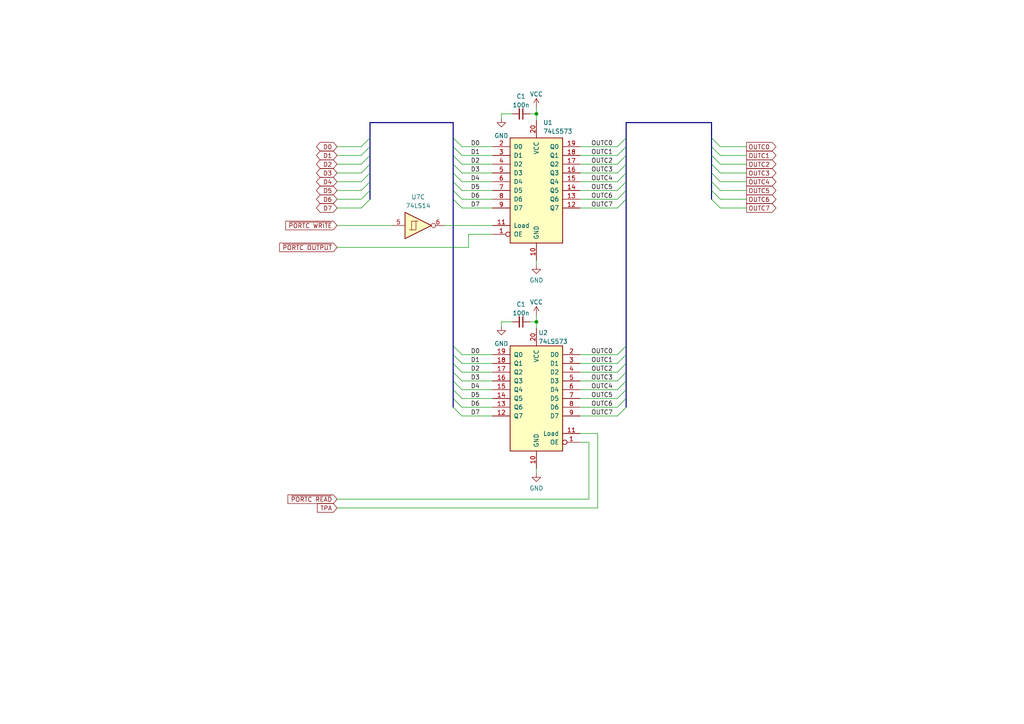
<source format=kicad_sch>
(kicad_sch (version 20230121) (generator eeschema)

  (uuid cc479853-62a7-4f45-b780-0769d4821b62)

  (paper "A4")

  (lib_symbols
    (symbol "74xx:74LS14" (pin_names (offset 1.016)) (in_bom yes) (on_board yes)
      (property "Reference" "U" (at 0 1.27 0)
        (effects (font (size 1.27 1.27)))
      )
      (property "Value" "74LS14" (at 0 -1.27 0)
        (effects (font (size 1.27 1.27)))
      )
      (property "Footprint" "" (at 0 0 0)
        (effects (font (size 1.27 1.27)) hide)
      )
      (property "Datasheet" "http://www.ti.com/lit/gpn/sn74LS14" (at 0 0 0)
        (effects (font (size 1.27 1.27)) hide)
      )
      (property "ki_locked" "" (at 0 0 0)
        (effects (font (size 1.27 1.27)))
      )
      (property "ki_keywords" "TTL not inverter" (at 0 0 0)
        (effects (font (size 1.27 1.27)) hide)
      )
      (property "ki_description" "Hex inverter schmitt trigger" (at 0 0 0)
        (effects (font (size 1.27 1.27)) hide)
      )
      (property "ki_fp_filters" "DIP*W7.62mm*" (at 0 0 0)
        (effects (font (size 1.27 1.27)) hide)
      )
      (symbol "74LS14_1_0"
        (polyline
          (pts
            (xy -3.81 3.81)
            (xy -3.81 -3.81)
            (xy 3.81 0)
            (xy -3.81 3.81)
          )
          (stroke (width 0.254) (type default))
          (fill (type background))
        )
        (pin input line (at -7.62 0 0) (length 3.81)
          (name "~" (effects (font (size 1.27 1.27))))
          (number "1" (effects (font (size 1.27 1.27))))
        )
        (pin output inverted (at 7.62 0 180) (length 3.81)
          (name "~" (effects (font (size 1.27 1.27))))
          (number "2" (effects (font (size 1.27 1.27))))
        )
      )
      (symbol "74LS14_1_1"
        (polyline
          (pts
            (xy -1.905 -1.27)
            (xy -1.905 1.27)
            (xy -0.635 1.27)
          )
          (stroke (width 0) (type default))
          (fill (type none))
        )
        (polyline
          (pts
            (xy -2.54 -1.27)
            (xy -0.635 -1.27)
            (xy -0.635 1.27)
            (xy 0 1.27)
          )
          (stroke (width 0) (type default))
          (fill (type none))
        )
      )
      (symbol "74LS14_2_0"
        (polyline
          (pts
            (xy -3.81 3.81)
            (xy -3.81 -3.81)
            (xy 3.81 0)
            (xy -3.81 3.81)
          )
          (stroke (width 0.254) (type default))
          (fill (type background))
        )
        (pin input line (at -7.62 0 0) (length 3.81)
          (name "~" (effects (font (size 1.27 1.27))))
          (number "3" (effects (font (size 1.27 1.27))))
        )
        (pin output inverted (at 7.62 0 180) (length 3.81)
          (name "~" (effects (font (size 1.27 1.27))))
          (number "4" (effects (font (size 1.27 1.27))))
        )
      )
      (symbol "74LS14_2_1"
        (polyline
          (pts
            (xy -1.905 -1.27)
            (xy -1.905 1.27)
            (xy -0.635 1.27)
          )
          (stroke (width 0) (type default))
          (fill (type none))
        )
        (polyline
          (pts
            (xy -2.54 -1.27)
            (xy -0.635 -1.27)
            (xy -0.635 1.27)
            (xy 0 1.27)
          )
          (stroke (width 0) (type default))
          (fill (type none))
        )
      )
      (symbol "74LS14_3_0"
        (polyline
          (pts
            (xy -3.81 3.81)
            (xy -3.81 -3.81)
            (xy 3.81 0)
            (xy -3.81 3.81)
          )
          (stroke (width 0.254) (type default))
          (fill (type background))
        )
        (pin input line (at -7.62 0 0) (length 3.81)
          (name "~" (effects (font (size 1.27 1.27))))
          (number "5" (effects (font (size 1.27 1.27))))
        )
        (pin output inverted (at 7.62 0 180) (length 3.81)
          (name "~" (effects (font (size 1.27 1.27))))
          (number "6" (effects (font (size 1.27 1.27))))
        )
      )
      (symbol "74LS14_3_1"
        (polyline
          (pts
            (xy -1.905 -1.27)
            (xy -1.905 1.27)
            (xy -0.635 1.27)
          )
          (stroke (width 0) (type default))
          (fill (type none))
        )
        (polyline
          (pts
            (xy -2.54 -1.27)
            (xy -0.635 -1.27)
            (xy -0.635 1.27)
            (xy 0 1.27)
          )
          (stroke (width 0) (type default))
          (fill (type none))
        )
      )
      (symbol "74LS14_4_0"
        (polyline
          (pts
            (xy -3.81 3.81)
            (xy -3.81 -3.81)
            (xy 3.81 0)
            (xy -3.81 3.81)
          )
          (stroke (width 0.254) (type default))
          (fill (type background))
        )
        (pin output inverted (at 7.62 0 180) (length 3.81)
          (name "~" (effects (font (size 1.27 1.27))))
          (number "8" (effects (font (size 1.27 1.27))))
        )
        (pin input line (at -7.62 0 0) (length 3.81)
          (name "~" (effects (font (size 1.27 1.27))))
          (number "9" (effects (font (size 1.27 1.27))))
        )
      )
      (symbol "74LS14_4_1"
        (polyline
          (pts
            (xy -1.905 -1.27)
            (xy -1.905 1.27)
            (xy -0.635 1.27)
          )
          (stroke (width 0) (type default))
          (fill (type none))
        )
        (polyline
          (pts
            (xy -2.54 -1.27)
            (xy -0.635 -1.27)
            (xy -0.635 1.27)
            (xy 0 1.27)
          )
          (stroke (width 0) (type default))
          (fill (type none))
        )
      )
      (symbol "74LS14_5_0"
        (polyline
          (pts
            (xy -3.81 3.81)
            (xy -3.81 -3.81)
            (xy 3.81 0)
            (xy -3.81 3.81)
          )
          (stroke (width 0.254) (type default))
          (fill (type background))
        )
        (pin output inverted (at 7.62 0 180) (length 3.81)
          (name "~" (effects (font (size 1.27 1.27))))
          (number "10" (effects (font (size 1.27 1.27))))
        )
        (pin input line (at -7.62 0 0) (length 3.81)
          (name "~" (effects (font (size 1.27 1.27))))
          (number "11" (effects (font (size 1.27 1.27))))
        )
      )
      (symbol "74LS14_5_1"
        (polyline
          (pts
            (xy -1.905 -1.27)
            (xy -1.905 1.27)
            (xy -0.635 1.27)
          )
          (stroke (width 0) (type default))
          (fill (type none))
        )
        (polyline
          (pts
            (xy -2.54 -1.27)
            (xy -0.635 -1.27)
            (xy -0.635 1.27)
            (xy 0 1.27)
          )
          (stroke (width 0) (type default))
          (fill (type none))
        )
      )
      (symbol "74LS14_6_0"
        (polyline
          (pts
            (xy -3.81 3.81)
            (xy -3.81 -3.81)
            (xy 3.81 0)
            (xy -3.81 3.81)
          )
          (stroke (width 0.254) (type default))
          (fill (type background))
        )
        (pin output inverted (at 7.62 0 180) (length 3.81)
          (name "~" (effects (font (size 1.27 1.27))))
          (number "12" (effects (font (size 1.27 1.27))))
        )
        (pin input line (at -7.62 0 0) (length 3.81)
          (name "~" (effects (font (size 1.27 1.27))))
          (number "13" (effects (font (size 1.27 1.27))))
        )
      )
      (symbol "74LS14_6_1"
        (polyline
          (pts
            (xy -1.905 -1.27)
            (xy -1.905 1.27)
            (xy -0.635 1.27)
          )
          (stroke (width 0) (type default))
          (fill (type none))
        )
        (polyline
          (pts
            (xy -2.54 -1.27)
            (xy -0.635 -1.27)
            (xy -0.635 1.27)
            (xy 0 1.27)
          )
          (stroke (width 0) (type default))
          (fill (type none))
        )
      )
      (symbol "74LS14_7_0"
        (pin power_in line (at 0 12.7 270) (length 5.08)
          (name "VCC" (effects (font (size 1.27 1.27))))
          (number "14" (effects (font (size 1.27 1.27))))
        )
        (pin power_in line (at 0 -12.7 90) (length 5.08)
          (name "GND" (effects (font (size 1.27 1.27))))
          (number "7" (effects (font (size 1.27 1.27))))
        )
      )
      (symbol "74LS14_7_1"
        (rectangle (start -5.08 7.62) (end 5.08 -7.62)
          (stroke (width 0.254) (type default))
          (fill (type background))
        )
      )
    )
    (symbol "74xx:74LS573" (pin_names (offset 1.016)) (in_bom yes) (on_board yes)
      (property "Reference" "U" (at -7.62 16.51 0)
        (effects (font (size 1.27 1.27)))
      )
      (property "Value" "74LS573" (at -7.62 -16.51 0)
        (effects (font (size 1.27 1.27)))
      )
      (property "Footprint" "" (at 0 0 0)
        (effects (font (size 1.27 1.27)) hide)
      )
      (property "Datasheet" "74xx/74hc573.pdf" (at 0 0 0)
        (effects (font (size 1.27 1.27)) hide)
      )
      (property "ki_locked" "" (at 0 0 0)
        (effects (font (size 1.27 1.27)))
      )
      (property "ki_keywords" "TTL DFF DFF8 LATCH 3State" (at 0 0 0)
        (effects (font (size 1.27 1.27)) hide)
      )
      (property "ki_description" "8-bit Latch 3-state outputs" (at 0 0 0)
        (effects (font (size 1.27 1.27)) hide)
      )
      (property "ki_fp_filters" "DIP?20*" (at 0 0 0)
        (effects (font (size 1.27 1.27)) hide)
      )
      (symbol "74LS573_1_0"
        (pin input inverted (at -12.7 -12.7 0) (length 5.08)
          (name "OE" (effects (font (size 1.27 1.27))))
          (number "1" (effects (font (size 1.27 1.27))))
        )
        (pin power_in line (at 0 -20.32 90) (length 5.08)
          (name "GND" (effects (font (size 1.27 1.27))))
          (number "10" (effects (font (size 1.27 1.27))))
        )
        (pin input line (at -12.7 -10.16 0) (length 5.08)
          (name "Load" (effects (font (size 1.27 1.27))))
          (number "11" (effects (font (size 1.27 1.27))))
        )
        (pin tri_state line (at 12.7 -5.08 180) (length 5.08)
          (name "Q7" (effects (font (size 1.27 1.27))))
          (number "12" (effects (font (size 1.27 1.27))))
        )
        (pin tri_state line (at 12.7 -2.54 180) (length 5.08)
          (name "Q6" (effects (font (size 1.27 1.27))))
          (number "13" (effects (font (size 1.27 1.27))))
        )
        (pin tri_state line (at 12.7 0 180) (length 5.08)
          (name "Q5" (effects (font (size 1.27 1.27))))
          (number "14" (effects (font (size 1.27 1.27))))
        )
        (pin tri_state line (at 12.7 2.54 180) (length 5.08)
          (name "Q4" (effects (font (size 1.27 1.27))))
          (number "15" (effects (font (size 1.27 1.27))))
        )
        (pin tri_state line (at 12.7 5.08 180) (length 5.08)
          (name "Q3" (effects (font (size 1.27 1.27))))
          (number "16" (effects (font (size 1.27 1.27))))
        )
        (pin tri_state line (at 12.7 7.62 180) (length 5.08)
          (name "Q2" (effects (font (size 1.27 1.27))))
          (number "17" (effects (font (size 1.27 1.27))))
        )
        (pin tri_state line (at 12.7 10.16 180) (length 5.08)
          (name "Q1" (effects (font (size 1.27 1.27))))
          (number "18" (effects (font (size 1.27 1.27))))
        )
        (pin tri_state line (at 12.7 12.7 180) (length 5.08)
          (name "Q0" (effects (font (size 1.27 1.27))))
          (number "19" (effects (font (size 1.27 1.27))))
        )
        (pin input line (at -12.7 12.7 0) (length 5.08)
          (name "D0" (effects (font (size 1.27 1.27))))
          (number "2" (effects (font (size 1.27 1.27))))
        )
        (pin power_in line (at 0 20.32 270) (length 5.08)
          (name "VCC" (effects (font (size 1.27 1.27))))
          (number "20" (effects (font (size 1.27 1.27))))
        )
        (pin input line (at -12.7 10.16 0) (length 5.08)
          (name "D1" (effects (font (size 1.27 1.27))))
          (number "3" (effects (font (size 1.27 1.27))))
        )
        (pin input line (at -12.7 7.62 0) (length 5.08)
          (name "D2" (effects (font (size 1.27 1.27))))
          (number "4" (effects (font (size 1.27 1.27))))
        )
        (pin input line (at -12.7 5.08 0) (length 5.08)
          (name "D3" (effects (font (size 1.27 1.27))))
          (number "5" (effects (font (size 1.27 1.27))))
        )
        (pin input line (at -12.7 2.54 0) (length 5.08)
          (name "D4" (effects (font (size 1.27 1.27))))
          (number "6" (effects (font (size 1.27 1.27))))
        )
        (pin input line (at -12.7 0 0) (length 5.08)
          (name "D5" (effects (font (size 1.27 1.27))))
          (number "7" (effects (font (size 1.27 1.27))))
        )
        (pin input line (at -12.7 -2.54 0) (length 5.08)
          (name "D6" (effects (font (size 1.27 1.27))))
          (number "8" (effects (font (size 1.27 1.27))))
        )
        (pin input line (at -12.7 -5.08 0) (length 5.08)
          (name "D7" (effects (font (size 1.27 1.27))))
          (number "9" (effects (font (size 1.27 1.27))))
        )
      )
      (symbol "74LS573_1_1"
        (rectangle (start -7.62 15.24) (end 7.62 -15.24)
          (stroke (width 0.254) (type default))
          (fill (type background))
        )
      )
    )
    (symbol "Device:C_Small" (pin_numbers hide) (pin_names (offset 0.254) hide) (in_bom yes) (on_board yes)
      (property "Reference" "C" (at 0.254 1.778 0)
        (effects (font (size 1.27 1.27)) (justify left))
      )
      (property "Value" "C_Small" (at 0.254 -2.032 0)
        (effects (font (size 1.27 1.27)) (justify left))
      )
      (property "Footprint" "" (at 0 0 0)
        (effects (font (size 1.27 1.27)) hide)
      )
      (property "Datasheet" "~" (at 0 0 0)
        (effects (font (size 1.27 1.27)) hide)
      )
      (property "ki_keywords" "capacitor cap" (at 0 0 0)
        (effects (font (size 1.27 1.27)) hide)
      )
      (property "ki_description" "Unpolarized capacitor, small symbol" (at 0 0 0)
        (effects (font (size 1.27 1.27)) hide)
      )
      (property "ki_fp_filters" "C_*" (at 0 0 0)
        (effects (font (size 1.27 1.27)) hide)
      )
      (symbol "C_Small_0_1"
        (polyline
          (pts
            (xy -1.524 -0.508)
            (xy 1.524 -0.508)
          )
          (stroke (width 0.3302) (type default))
          (fill (type none))
        )
        (polyline
          (pts
            (xy -1.524 0.508)
            (xy 1.524 0.508)
          )
          (stroke (width 0.3048) (type default))
          (fill (type none))
        )
      )
      (symbol "C_Small_1_1"
        (pin passive line (at 0 2.54 270) (length 2.032)
          (name "~" (effects (font (size 1.27 1.27))))
          (number "1" (effects (font (size 1.27 1.27))))
        )
        (pin passive line (at 0 -2.54 90) (length 2.032)
          (name "~" (effects (font (size 1.27 1.27))))
          (number "2" (effects (font (size 1.27 1.27))))
        )
      )
    )
    (symbol "power:GND" (power) (pin_names (offset 0)) (in_bom yes) (on_board yes)
      (property "Reference" "#PWR" (at 0 -6.35 0)
        (effects (font (size 1.27 1.27)) hide)
      )
      (property "Value" "GND" (at 0 -3.81 0)
        (effects (font (size 1.27 1.27)))
      )
      (property "Footprint" "" (at 0 0 0)
        (effects (font (size 1.27 1.27)) hide)
      )
      (property "Datasheet" "" (at 0 0 0)
        (effects (font (size 1.27 1.27)) hide)
      )
      (property "ki_keywords" "global power" (at 0 0 0)
        (effects (font (size 1.27 1.27)) hide)
      )
      (property "ki_description" "Power symbol creates a global label with name \"GND\" , ground" (at 0 0 0)
        (effects (font (size 1.27 1.27)) hide)
      )
      (symbol "GND_0_1"
        (polyline
          (pts
            (xy 0 0)
            (xy 0 -1.27)
            (xy 1.27 -1.27)
            (xy 0 -2.54)
            (xy -1.27 -1.27)
            (xy 0 -1.27)
          )
          (stroke (width 0) (type default))
          (fill (type none))
        )
      )
      (symbol "GND_1_1"
        (pin power_in line (at 0 0 270) (length 0) hide
          (name "GND" (effects (font (size 1.27 1.27))))
          (number "1" (effects (font (size 1.27 1.27))))
        )
      )
    )
    (symbol "power:VCC" (power) (pin_names (offset 0)) (in_bom yes) (on_board yes)
      (property "Reference" "#PWR" (at 0 -3.81 0)
        (effects (font (size 1.27 1.27)) hide)
      )
      (property "Value" "VCC" (at 0 3.81 0)
        (effects (font (size 1.27 1.27)))
      )
      (property "Footprint" "" (at 0 0 0)
        (effects (font (size 1.27 1.27)) hide)
      )
      (property "Datasheet" "" (at 0 0 0)
        (effects (font (size 1.27 1.27)) hide)
      )
      (property "ki_keywords" "global power" (at 0 0 0)
        (effects (font (size 1.27 1.27)) hide)
      )
      (property "ki_description" "Power symbol creates a global label with name \"VCC\"" (at 0 0 0)
        (effects (font (size 1.27 1.27)) hide)
      )
      (symbol "VCC_0_1"
        (polyline
          (pts
            (xy -0.762 1.27)
            (xy 0 2.54)
          )
          (stroke (width 0) (type default))
          (fill (type none))
        )
        (polyline
          (pts
            (xy 0 0)
            (xy 0 2.54)
          )
          (stroke (width 0) (type default))
          (fill (type none))
        )
        (polyline
          (pts
            (xy 0 2.54)
            (xy 0.762 1.27)
          )
          (stroke (width 0) (type default))
          (fill (type none))
        )
      )
      (symbol "VCC_1_1"
        (pin power_in line (at 0 0 90) (length 0) hide
          (name "VCC" (effects (font (size 1.27 1.27))))
          (number "1" (effects (font (size 1.27 1.27))))
        )
      )
    )
  )

  (junction (at 155.575 93.345) (diameter 0) (color 0 0 0 0)
    (uuid 7c126685-b873-4ec5-a5b1-af53c8ba1351)
  )
  (junction (at 155.575 33.02) (diameter 0) (color 0 0 0 0)
    (uuid 959a1675-311b-4605-9e54-c42b410d233b)
  )

  (bus_entry (at 181.61 118.11) (size -2.54 2.54)
    (stroke (width 0) (type default))
    (uuid 0123b8dc-a773-43f7-be6a-7905311c56b4)
  )
  (bus_entry (at 181.61 113.03) (size -2.54 2.54)
    (stroke (width 0) (type default))
    (uuid 05c07cbc-732a-4eaa-9db1-a5d05fd6ed5b)
  )
  (bus_entry (at 181.61 110.49) (size -2.54 2.54)
    (stroke (width 0) (type default))
    (uuid 0c37724f-2322-49f0-a852-1aacdae9cc46)
  )
  (bus_entry (at 131.445 50.165) (size 2.54 2.54)
    (stroke (width 0) (type default))
    (uuid 0d83aa56-8d77-4f74-8b3c-0fb905cca03a)
  )
  (bus_entry (at 181.61 50.165) (size -2.54 2.54)
    (stroke (width 0) (type default))
    (uuid 0db3748a-3436-4f3f-a61f-3f6277c8df69)
  )
  (bus_entry (at 131.445 110.49) (size 2.54 2.54)
    (stroke (width 0) (type default))
    (uuid 143a8842-4896-49c7-9f01-78bb513170c5)
  )
  (bus_entry (at 206.375 57.785) (size 2.54 2.54)
    (stroke (width 0) (type default))
    (uuid 1f6c2a1e-c73f-4df8-b547-f39357a23ae9)
  )
  (bus_entry (at 206.375 42.545) (size 2.54 2.54)
    (stroke (width 0) (type default))
    (uuid 2626628f-0260-4a3c-b37d-59d1a484fcd5)
  )
  (bus_entry (at 107.315 47.625) (size -2.54 2.54)
    (stroke (width 0) (type default))
    (uuid 2b06b6ac-577b-4e6b-ae3c-d014d0045ec7)
  )
  (bus_entry (at 181.61 45.085) (size -2.54 2.54)
    (stroke (width 0) (type default))
    (uuid 2c819df7-83b8-40d4-9945-734e90f3c026)
  )
  (bus_entry (at 181.61 105.41) (size -2.54 2.54)
    (stroke (width 0) (type default))
    (uuid 3653aa7f-5b97-4ffb-ae63-2644e2d82304)
  )
  (bus_entry (at 107.315 42.545) (size -2.54 2.54)
    (stroke (width 0) (type default))
    (uuid 36a3aadb-bc83-4141-b3d2-bdbcc2f2d45d)
  )
  (bus_entry (at 181.61 47.625) (size -2.54 2.54)
    (stroke (width 0) (type default))
    (uuid 382c5c60-a756-427a-9adf-77916586a14a)
  )
  (bus_entry (at 131.445 52.705) (size 2.54 2.54)
    (stroke (width 0) (type default))
    (uuid 4d708d28-f5b1-4cc5-ad27-629446bcc6a1)
  )
  (bus_entry (at 131.445 45.085) (size 2.54 2.54)
    (stroke (width 0) (type default))
    (uuid 62339496-1815-49ce-843b-2368ac6f5ec5)
  )
  (bus_entry (at 131.445 115.57) (size 2.54 2.54)
    (stroke (width 0) (type default))
    (uuid 7b49d846-40c1-4ed8-9947-8d430d302f4a)
  )
  (bus_entry (at 181.61 102.87) (size -2.54 2.54)
    (stroke (width 0) (type default))
    (uuid 7c6d0497-8d59-41a9-8753-870833a2946f)
  )
  (bus_entry (at 131.445 102.87) (size 2.54 2.54)
    (stroke (width 0) (type default))
    (uuid 7ffebfd4-aaa1-4e42-8736-701ff596c003)
  )
  (bus_entry (at 131.445 57.785) (size 2.54 2.54)
    (stroke (width 0) (type default))
    (uuid 83c4bd42-5ece-4e21-b11b-9ad7d8beb740)
  )
  (bus_entry (at 107.315 55.245) (size -2.54 2.54)
    (stroke (width 0) (type default))
    (uuid 87c93727-6505-4a48-9a28-55e51b227ff8)
  )
  (bus_entry (at 131.445 55.245) (size 2.54 2.54)
    (stroke (width 0) (type default))
    (uuid 9261efcf-6b8f-42c1-aa99-6144aea594fc)
  )
  (bus_entry (at 107.315 45.085) (size -2.54 2.54)
    (stroke (width 0) (type default))
    (uuid 971a59e9-0b23-427e-8879-7c34c72ad998)
  )
  (bus_entry (at 181.61 55.245) (size -2.54 2.54)
    (stroke (width 0) (type default))
    (uuid a39ea03f-e798-43de-8198-9bc34a348f76)
  )
  (bus_entry (at 181.61 52.705) (size -2.54 2.54)
    (stroke (width 0) (type default))
    (uuid a6061bf8-363a-448f-bb16-2f43b87d6ceb)
  )
  (bus_entry (at 107.315 40.005) (size -2.54 2.54)
    (stroke (width 0) (type default))
    (uuid b17200d5-1ef5-4150-8c4b-42dbd9acb0e5)
  )
  (bus_entry (at 131.445 113.03) (size 2.54 2.54)
    (stroke (width 0) (type default))
    (uuid b1cd76ee-5640-45a0-aaa3-8809e9e951f8)
  )
  (bus_entry (at 206.375 55.245) (size 2.54 2.54)
    (stroke (width 0) (type default))
    (uuid b651b502-0caf-4edf-b658-5b45b2b3af81)
  )
  (bus_entry (at 181.61 115.57) (size -2.54 2.54)
    (stroke (width 0) (type default))
    (uuid bb34dd8b-40bc-4e9a-b940-45ca6b1568e4)
  )
  (bus_entry (at 181.61 107.95) (size -2.54 2.54)
    (stroke (width 0) (type default))
    (uuid bf83f3c9-b986-46d5-bae4-fbfcc8459b5b)
  )
  (bus_entry (at 107.315 50.165) (size -2.54 2.54)
    (stroke (width 0) (type default))
    (uuid c3445b5a-969a-4d73-aa51-2dba5c4db5a5)
  )
  (bus_entry (at 206.375 40.005) (size 2.54 2.54)
    (stroke (width 0) (type default))
    (uuid cdf00386-1968-43b7-b85d-edb9f9e4163f)
  )
  (bus_entry (at 181.61 40.005) (size -2.54 2.54)
    (stroke (width 0) (type default))
    (uuid d169733d-26ab-49fd-85ea-790343ebb5ec)
  )
  (bus_entry (at 206.375 52.705) (size 2.54 2.54)
    (stroke (width 0) (type default))
    (uuid d1925564-1b9b-4387-ab14-ad1acadc335d)
  )
  (bus_entry (at 131.445 107.95) (size 2.54 2.54)
    (stroke (width 0) (type default))
    (uuid d3becaba-3829-4808-bfc6-06aab080a784)
  )
  (bus_entry (at 107.315 57.785) (size -2.54 2.54)
    (stroke (width 0) (type default))
    (uuid da88370b-ca13-4f01-ada4-0bb7af0c3d8d)
  )
  (bus_entry (at 131.445 100.33) (size 2.54 2.54)
    (stroke (width 0) (type default))
    (uuid daf9e18b-22da-495c-80a8-aec185281bef)
  )
  (bus_entry (at 131.445 105.41) (size 2.54 2.54)
    (stroke (width 0) (type default))
    (uuid dc3186b6-d7f6-4bb1-93cb-03a228f1ea71)
  )
  (bus_entry (at 181.61 100.33) (size -2.54 2.54)
    (stroke (width 0) (type default))
    (uuid e0c1882f-960d-4da4-b205-fa841860ba7e)
  )
  (bus_entry (at 181.61 42.545) (size -2.54 2.54)
    (stroke (width 0) (type default))
    (uuid e5d5e7ee-0e31-46b3-b9ba-6da3fba5dd04)
  )
  (bus_entry (at 131.445 118.11) (size 2.54 2.54)
    (stroke (width 0) (type default))
    (uuid e6805a44-efa8-430c-a6ca-fc7037d365ac)
  )
  (bus_entry (at 131.445 47.625) (size 2.54 2.54)
    (stroke (width 0) (type default))
    (uuid e6bf34d1-8948-4c43-8155-f93496d01874)
  )
  (bus_entry (at 181.61 57.785) (size -2.54 2.54)
    (stroke (width 0) (type default))
    (uuid e8e0ee51-d613-42f0-9977-89b4bd194941)
  )
  (bus_entry (at 206.375 47.625) (size 2.54 2.54)
    (stroke (width 0) (type default))
    (uuid eab00930-6f26-4608-822a-564f744c308d)
  )
  (bus_entry (at 131.445 40.005) (size 2.54 2.54)
    (stroke (width 0) (type default))
    (uuid eb8256cf-0062-4d40-b347-7a4a07539138)
  )
  (bus_entry (at 131.445 42.545) (size 2.54 2.54)
    (stroke (width 0) (type default))
    (uuid f16ebdb0-bc46-44c4-a67b-f81a57f8d068)
  )
  (bus_entry (at 206.375 45.085) (size 2.54 2.54)
    (stroke (width 0) (type default))
    (uuid f8105598-f43c-4442-b211-04dfd9c41d5a)
  )
  (bus_entry (at 107.315 52.705) (size -2.54 2.54)
    (stroke (width 0) (type default))
    (uuid fa1b69e7-7bd1-440e-937c-b64aeda34023)
  )
  (bus_entry (at 206.375 50.165) (size 2.54 2.54)
    (stroke (width 0) (type default))
    (uuid fa7d645a-28b0-4ca3-b95c-4254ef713b37)
  )

  (bus (pts (xy 206.375 55.245) (xy 206.375 57.785))
    (stroke (width 0) (type default))
    (uuid 018bb9bf-8590-4d9f-bdc3-09513c3fabba)
  )

  (wire (pts (xy 168.275 102.87) (xy 179.07 102.87))
    (stroke (width 0) (type default))
    (uuid 029cfaaa-3a67-4e67-a27e-2b116ffb31da)
  )
  (wire (pts (xy 97.79 71.755) (xy 135.89 71.755))
    (stroke (width 0) (type default))
    (uuid 03acde6c-1031-4975-b255-da97ce59a2d7)
  )
  (wire (pts (xy 128.905 65.405) (xy 142.875 65.405))
    (stroke (width 0) (type default))
    (uuid 07efaa6a-383c-40b2-aa44-e1ffe01a8fbb)
  )
  (wire (pts (xy 133.985 113.03) (xy 142.875 113.03))
    (stroke (width 0) (type default))
    (uuid 08b692cc-a8a9-46e6-aa7d-6e6174341e97)
  )
  (wire (pts (xy 133.985 105.41) (xy 142.875 105.41))
    (stroke (width 0) (type default))
    (uuid 09488e01-17f5-4d4a-bb66-3ae4f4554b29)
  )
  (wire (pts (xy 133.985 102.87) (xy 142.875 102.87))
    (stroke (width 0) (type default))
    (uuid 0db40585-9c95-41e4-b570-b1c33370fce4)
  )
  (wire (pts (xy 168.275 55.245) (xy 179.07 55.245))
    (stroke (width 0) (type default))
    (uuid 0dfa2cff-92ab-4a04-9142-2cc58f407f33)
  )
  (bus (pts (xy 131.445 110.49) (xy 131.445 107.95))
    (stroke (width 0) (type default))
    (uuid 11622921-1c2d-4575-aecf-d73dd86847e5)
  )

  (wire (pts (xy 168.275 120.65) (xy 179.07 120.65))
    (stroke (width 0) (type default))
    (uuid 11866e55-ed84-4943-ac6d-713a9efa9e31)
  )
  (wire (pts (xy 168.275 57.785) (xy 179.07 57.785))
    (stroke (width 0) (type default))
    (uuid 11e14512-df96-4c9f-a09b-f0399966d56c)
  )
  (bus (pts (xy 181.61 118.11) (xy 181.61 115.57))
    (stroke (width 0) (type default))
    (uuid 141615e6-cbb1-4af9-9743-268260227f95)
  )

  (wire (pts (xy 168.275 118.11) (xy 179.07 118.11))
    (stroke (width 0) (type default))
    (uuid 157abda0-232e-483f-9ae2-890683c6d3b1)
  )
  (wire (pts (xy 97.79 52.705) (xy 104.775 52.705))
    (stroke (width 0) (type default))
    (uuid 1b976096-a25b-4e6b-9280-983ea0d5149c)
  )
  (wire (pts (xy 133.985 115.57) (xy 142.875 115.57))
    (stroke (width 0) (type default))
    (uuid 1bc32cd5-ca80-4791-a07a-42e4489357b0)
  )
  (bus (pts (xy 107.315 47.625) (xy 107.315 50.165))
    (stroke (width 0) (type default))
    (uuid 1c0e45ed-2b70-4972-b75a-a0545178a126)
  )
  (bus (pts (xy 181.61 100.33) (xy 181.61 57.785))
    (stroke (width 0) (type default))
    (uuid 1d24f2a9-ec93-4048-9975-163d601619e9)
  )

  (wire (pts (xy 133.985 52.705) (xy 142.875 52.705))
    (stroke (width 0) (type default))
    (uuid 1eecad6d-bf77-4786-ba77-56bd926722af)
  )
  (wire (pts (xy 97.79 147.32) (xy 173.355 147.32))
    (stroke (width 0) (type default))
    (uuid 1fe2da7e-1e34-45ce-bdd4-f4007d66e38d)
  )
  (wire (pts (xy 133.985 42.545) (xy 142.875 42.545))
    (stroke (width 0) (type default))
    (uuid 2073233a-866d-4808-8cbc-81269fb4979c)
  )
  (bus (pts (xy 131.445 115.57) (xy 131.445 113.03))
    (stroke (width 0) (type default))
    (uuid 210911cf-5ab6-4bb0-850e-4507957fa095)
  )

  (wire (pts (xy 168.275 115.57) (xy 179.07 115.57))
    (stroke (width 0) (type default))
    (uuid 2d9e4f7b-d608-4aa6-9c9a-9dda3b2c4c5f)
  )
  (wire (pts (xy 97.79 60.325) (xy 104.775 60.325))
    (stroke (width 0) (type default))
    (uuid 2ec070c5-4151-4fc5-992a-734671a29fe9)
  )
  (wire (pts (xy 97.79 50.165) (xy 104.775 50.165))
    (stroke (width 0) (type default))
    (uuid 309e4822-df52-4f25-833c-2664bb9a3051)
  )
  (wire (pts (xy 145.415 94.615) (xy 145.415 93.345))
    (stroke (width 0) (type default))
    (uuid 30fd19cb-2d1b-4290-b471-a424dbc7538b)
  )
  (wire (pts (xy 133.985 50.165) (xy 142.875 50.165))
    (stroke (width 0) (type default))
    (uuid 3298ee92-ae5b-40f2-89c8-f2c2bb3d1725)
  )
  (wire (pts (xy 97.79 45.085) (xy 104.775 45.085))
    (stroke (width 0) (type default))
    (uuid 331a2c62-6cd1-448f-875c-ec055710b70c)
  )
  (wire (pts (xy 168.275 110.49) (xy 179.07 110.49))
    (stroke (width 0) (type default))
    (uuid 3780dc37-7f03-48a9-9d53-fc6f687791b2)
  )
  (wire (pts (xy 208.915 50.165) (xy 216.535 50.165))
    (stroke (width 0) (type default))
    (uuid 3b35b292-6d5b-4dd1-a22b-812663ecefc6)
  )
  (wire (pts (xy 133.985 55.245) (xy 142.875 55.245))
    (stroke (width 0) (type default))
    (uuid 3de88ad0-2b37-4515-8ddb-655958e61df7)
  )
  (wire (pts (xy 155.575 93.345) (xy 155.575 95.25))
    (stroke (width 0) (type default))
    (uuid 480c8c5f-3376-4e86-9107-37a03214a8f9)
  )
  (bus (pts (xy 107.315 50.165) (xy 107.315 52.705))
    (stroke (width 0) (type default))
    (uuid 493cf17c-3b55-4acd-992e-441773bce3c0)
  )

  (wire (pts (xy 145.415 33.02) (xy 148.59 33.02))
    (stroke (width 0) (type default))
    (uuid 49c74299-3ecb-45f7-93da-1eb148762c8f)
  )
  (bus (pts (xy 131.445 45.085) (xy 131.445 42.545))
    (stroke (width 0) (type default))
    (uuid 4aaac5ff-a98d-4f76-b688-2915c6a05359)
  )

  (wire (pts (xy 208.915 60.325) (xy 216.535 60.325))
    (stroke (width 0) (type default))
    (uuid 52237903-5a55-491d-a362-ce7b2a6fd6f1)
  )
  (wire (pts (xy 168.275 47.625) (xy 179.07 47.625))
    (stroke (width 0) (type default))
    (uuid 5252661b-524b-47e5-841b-c5f1ab529de0)
  )
  (wire (pts (xy 153.67 33.02) (xy 155.575 33.02))
    (stroke (width 0) (type default))
    (uuid 52830149-8278-4d82-8055-9836f75e7918)
  )
  (wire (pts (xy 133.985 120.65) (xy 142.875 120.65))
    (stroke (width 0) (type default))
    (uuid 534031bb-ddcc-4fdc-a7f2-4e4b05695128)
  )
  (wire (pts (xy 135.89 67.945) (xy 135.89 71.755))
    (stroke (width 0) (type default))
    (uuid 558f8ab7-7c6b-4f08-ab38-04ecd8228eef)
  )
  (wire (pts (xy 173.355 125.73) (xy 173.355 147.32))
    (stroke (width 0) (type default))
    (uuid 55e0cce7-5e70-48e3-b774-02e523f6613c)
  )
  (bus (pts (xy 107.315 35.56) (xy 107.315 40.005))
    (stroke (width 0) (type default))
    (uuid 5665c22f-15bb-4b47-8a91-e07ebe2c2601)
  )

  (wire (pts (xy 208.915 47.625) (xy 216.535 47.625))
    (stroke (width 0) (type default))
    (uuid 5a836263-7bb2-42cb-9717-aeadf9a8497d)
  )
  (wire (pts (xy 208.915 57.785) (xy 216.535 57.785))
    (stroke (width 0) (type default))
    (uuid 5a962e4c-2222-4870-9528-07872f66932f)
  )
  (bus (pts (xy 181.61 110.49) (xy 181.61 107.95))
    (stroke (width 0) (type default))
    (uuid 5c832327-7e9c-43ff-b91a-df8c80dd813d)
  )

  (wire (pts (xy 208.915 52.705) (xy 216.535 52.705))
    (stroke (width 0) (type default))
    (uuid 5e4480ce-9dfb-44a4-9a2a-554a3a484a2b)
  )
  (bus (pts (xy 206.375 45.085) (xy 206.375 47.625))
    (stroke (width 0) (type default))
    (uuid 5ecea573-4a93-422c-a82b-b7c08c92906e)
  )
  (bus (pts (xy 181.61 107.95) (xy 181.61 105.41))
    (stroke (width 0) (type default))
    (uuid 67dedc4a-a85a-4bae-981a-dd0b4dc6513f)
  )

  (wire (pts (xy 97.79 47.625) (xy 104.775 47.625))
    (stroke (width 0) (type default))
    (uuid 6816ca88-82ad-4948-a362-e241f22c7aa6)
  )
  (bus (pts (xy 181.61 113.03) (xy 181.61 110.49))
    (stroke (width 0) (type default))
    (uuid 692bf1e0-ed05-4f93-889d-1e3aa70e4000)
  )
  (bus (pts (xy 181.61 45.085) (xy 181.61 42.545))
    (stroke (width 0) (type default))
    (uuid 69533270-9f7a-41f4-b7e8-4037b6f7c66b)
  )
  (bus (pts (xy 206.375 47.625) (xy 206.375 50.165))
    (stroke (width 0) (type default))
    (uuid 6c00f4b6-e358-4ae6-b56f-e642c49f4836)
  )
  (bus (pts (xy 131.445 113.03) (xy 131.445 110.49))
    (stroke (width 0) (type default))
    (uuid 6d1b27a2-a021-458d-9003-f993e66ee8da)
  )
  (bus (pts (xy 206.375 52.705) (xy 206.375 55.245))
    (stroke (width 0) (type default))
    (uuid 6dd094ba-8679-405d-9f69-2c5a0c48a500)
  )
  (bus (pts (xy 107.315 55.245) (xy 107.315 57.785))
    (stroke (width 0) (type default))
    (uuid 6e810cf2-033b-4ecf-b067-4f57472280d4)
  )

  (wire (pts (xy 153.67 93.345) (xy 155.575 93.345))
    (stroke (width 0) (type default))
    (uuid 6f24e11f-93ac-40c3-9ea2-f3a7a9d81eb2)
  )
  (bus (pts (xy 181.61 50.165) (xy 181.61 47.625))
    (stroke (width 0) (type default))
    (uuid 6f2a541f-0b31-4558-a866-311e626d6775)
  )
  (bus (pts (xy 131.445 102.87) (xy 131.445 100.33))
    (stroke (width 0) (type default))
    (uuid 6f52962c-c937-4cf1-9a36-430b36cb2932)
  )

  (wire (pts (xy 133.985 60.325) (xy 142.875 60.325))
    (stroke (width 0) (type default))
    (uuid 71cee79d-d2a6-4f2c-a55e-36a7f5a3a929)
  )
  (bus (pts (xy 107.315 45.085) (xy 107.315 47.625))
    (stroke (width 0) (type default))
    (uuid 73a0c0df-c9ff-4aeb-bcaf-1b64b6e2c682)
  )

  (wire (pts (xy 97.79 55.245) (xy 104.775 55.245))
    (stroke (width 0) (type default))
    (uuid 7462336a-b10d-4672-868c-6080c1053c4a)
  )
  (wire (pts (xy 168.275 60.325) (xy 179.07 60.325))
    (stroke (width 0) (type default))
    (uuid 79d2e8a1-d8ee-439b-a44e-aab1dc0dc80a)
  )
  (wire (pts (xy 208.915 45.085) (xy 216.535 45.085))
    (stroke (width 0) (type default))
    (uuid 7a3c8440-1422-4671-8ff9-f40d42ffa378)
  )
  (wire (pts (xy 142.875 67.945) (xy 135.89 67.945))
    (stroke (width 0) (type default))
    (uuid 7db49f5a-cb6b-4ed8-b34c-0dc8c2e2a6af)
  )
  (bus (pts (xy 181.61 40.005) (xy 181.61 35.56))
    (stroke (width 0) (type default))
    (uuid 85becc12-f14c-44fd-b661-f424b50d7b8b)
  )
  (bus (pts (xy 131.445 42.545) (xy 131.445 40.005))
    (stroke (width 0) (type default))
    (uuid 86858ca8-7538-4b1e-8fae-7de10e2f6abe)
  )

  (wire (pts (xy 97.79 65.405) (xy 113.665 65.405))
    (stroke (width 0) (type default))
    (uuid 88dffffe-56cf-48da-aab7-2f6de86f2a99)
  )
  (bus (pts (xy 131.445 50.165) (xy 131.445 47.625))
    (stroke (width 0) (type default))
    (uuid 8f0f842b-58c6-47cc-945b-d1a4ff62383c)
  )
  (bus (pts (xy 131.445 105.41) (xy 131.445 102.87))
    (stroke (width 0) (type default))
    (uuid 90c99ed3-07dd-4661-970e-910d2699649f)
  )

  (wire (pts (xy 168.275 42.545) (xy 179.07 42.545))
    (stroke (width 0) (type default))
    (uuid 93621aaa-49d1-444b-b1c8-adf4a90acac9)
  )
  (wire (pts (xy 168.275 50.165) (xy 179.07 50.165))
    (stroke (width 0) (type default))
    (uuid 969831a2-547c-4813-be31-d19e70a8b75d)
  )
  (wire (pts (xy 133.985 45.085) (xy 142.875 45.085))
    (stroke (width 0) (type default))
    (uuid 97db6bdd-1266-47fb-b7a9-f091273fd0d4)
  )
  (bus (pts (xy 131.445 118.11) (xy 131.445 115.57))
    (stroke (width 0) (type default))
    (uuid 98437b8a-a169-4305-8251-bab0b5a12d03)
  )
  (bus (pts (xy 131.445 52.705) (xy 131.445 50.165))
    (stroke (width 0) (type default))
    (uuid 99232643-0188-4fa9-9e55-690902fabc48)
  )
  (bus (pts (xy 107.315 42.545) (xy 107.315 45.085))
    (stroke (width 0) (type default))
    (uuid 9b575903-38f4-4ee2-877d-3e51bb3e8741)
  )

  (wire (pts (xy 168.275 107.95) (xy 179.07 107.95))
    (stroke (width 0) (type default))
    (uuid 9b596356-3406-4237-a60c-9157fa610c74)
  )
  (bus (pts (xy 131.445 55.245) (xy 131.445 52.705))
    (stroke (width 0) (type default))
    (uuid 9b993b6f-0473-4fae-8eda-86b9497b6881)
  )

  (wire (pts (xy 208.915 42.545) (xy 216.535 42.545))
    (stroke (width 0) (type default))
    (uuid 9d299c79-6a05-47a6-88c7-b916a1bde3ee)
  )
  (wire (pts (xy 133.985 110.49) (xy 142.875 110.49))
    (stroke (width 0) (type default))
    (uuid a1e8dbb8-a33c-456d-952a-0e489981216c)
  )
  (bus (pts (xy 206.375 40.005) (xy 206.375 42.545))
    (stroke (width 0) (type default))
    (uuid a58b24aa-d3ca-4af0-99d6-a2f674f331af)
  )

  (wire (pts (xy 168.275 125.73) (xy 173.355 125.73))
    (stroke (width 0) (type default))
    (uuid a6e7aca0-0e6c-478a-9d88-79a6296fc482)
  )
  (wire (pts (xy 155.575 31.115) (xy 155.575 33.02))
    (stroke (width 0) (type default))
    (uuid abca5f4f-44f6-4561-9e7c-32a4b480e70b)
  )
  (wire (pts (xy 170.815 128.27) (xy 170.815 144.78))
    (stroke (width 0) (type default))
    (uuid ad3a619f-668d-4dde-af13-926a228af808)
  )
  (wire (pts (xy 133.985 47.625) (xy 142.875 47.625))
    (stroke (width 0) (type default))
    (uuid adb617d4-e2f9-4d31-bf6e-da3a9f36858d)
  )
  (bus (pts (xy 131.445 35.56) (xy 107.315 35.56))
    (stroke (width 0) (type default))
    (uuid aeab8de2-ffd1-4989-b3f9-c852c11eaf40)
  )

  (wire (pts (xy 133.985 118.11) (xy 142.875 118.11))
    (stroke (width 0) (type default))
    (uuid b10dfc71-2d37-4ccb-a8aa-831b483a1645)
  )
  (bus (pts (xy 131.445 57.785) (xy 131.445 55.245))
    (stroke (width 0) (type default))
    (uuid b2421d77-75fb-421b-9c45-1098f0d9c5af)
  )
  (bus (pts (xy 181.61 105.41) (xy 181.61 102.87))
    (stroke (width 0) (type default))
    (uuid b3d62fac-6a08-48e6-9e7f-619555725e2a)
  )
  (bus (pts (xy 131.445 40.005) (xy 131.445 35.56))
    (stroke (width 0) (type default))
    (uuid b3e97e68-5cfa-4e7e-9a1f-a8ae7a0f6512)
  )
  (bus (pts (xy 206.375 50.165) (xy 206.375 52.705))
    (stroke (width 0) (type default))
    (uuid b5db41c0-9ee0-4ea3-9854-c9ac280baf49)
  )

  (wire (pts (xy 168.275 105.41) (xy 179.07 105.41))
    (stroke (width 0) (type default))
    (uuid b7c87bed-bf30-4f02-9481-ce2d45766797)
  )
  (bus (pts (xy 181.61 55.245) (xy 181.61 52.705))
    (stroke (width 0) (type default))
    (uuid b83d1563-472a-49eb-9f78-d34cdaab5328)
  )
  (bus (pts (xy 181.61 52.705) (xy 181.61 50.165))
    (stroke (width 0) (type default))
    (uuid c02b2802-49d7-4200-b768-82dbdcc4be4b)
  )
  (bus (pts (xy 206.375 42.545) (xy 206.375 45.085))
    (stroke (width 0) (type default))
    (uuid c03f42f8-1d99-443d-9f89-4d24fa29c72e)
  )
  (bus (pts (xy 107.315 40.005) (xy 107.315 42.545))
    (stroke (width 0) (type default))
    (uuid c142fb33-ac47-474c-967d-32a5262cd725)
  )
  (bus (pts (xy 131.445 47.625) (xy 131.445 45.085))
    (stroke (width 0) (type default))
    (uuid c14d2fee-920b-4d15-a376-62823784437c)
  )

  (wire (pts (xy 97.79 144.78) (xy 170.815 144.78))
    (stroke (width 0) (type default))
    (uuid c278da6b-e162-49e3-a74d-84c1b433bfd7)
  )
  (wire (pts (xy 145.415 34.29) (xy 145.415 33.02))
    (stroke (width 0) (type default))
    (uuid c520d745-56f5-4d49-b387-326a5842baeb)
  )
  (wire (pts (xy 155.575 91.44) (xy 155.575 93.345))
    (stroke (width 0) (type default))
    (uuid ca22adfb-62e5-4bac-ae31-d25ea2a840ee)
  )
  (bus (pts (xy 181.61 115.57) (xy 181.61 113.03))
    (stroke (width 0) (type default))
    (uuid ca4b539a-385b-4688-b295-6e86b24be90a)
  )

  (wire (pts (xy 155.575 135.89) (xy 155.575 137.16))
    (stroke (width 0) (type default))
    (uuid ca81c396-8959-438e-a52b-4bf53e20a655)
  )
  (bus (pts (xy 181.61 57.785) (xy 181.61 55.245))
    (stroke (width 0) (type default))
    (uuid cb15bcfe-7029-42a6-a805-37c8908aa38f)
  )
  (bus (pts (xy 181.61 42.545) (xy 181.61 40.005))
    (stroke (width 0) (type default))
    (uuid cef44370-8bed-4716-8e2d-0ca9da2ad381)
  )
  (bus (pts (xy 131.445 107.95) (xy 131.445 105.41))
    (stroke (width 0) (type default))
    (uuid cff434a3-6e8b-4032-995d-412ceabb42cc)
  )
  (bus (pts (xy 181.61 47.625) (xy 181.61 45.085))
    (stroke (width 0) (type default))
    (uuid d217aa0b-5fa2-406d-9655-54cb486c4b36)
  )
  (bus (pts (xy 206.375 35.56) (xy 206.375 40.005))
    (stroke (width 0) (type default))
    (uuid d3ceef13-7414-4eb3-9ea4-7affe7ca2714)
  )

  (wire (pts (xy 168.275 52.705) (xy 179.07 52.705))
    (stroke (width 0) (type default))
    (uuid d4ac6a8e-c428-4d6e-911a-def5d52a9593)
  )
  (bus (pts (xy 181.61 35.56) (xy 206.375 35.56))
    (stroke (width 0) (type default))
    (uuid d4feb53a-dc17-40cd-a7bf-d3af71320de7)
  )

  (wire (pts (xy 155.575 75.565) (xy 155.575 76.835))
    (stroke (width 0) (type default))
    (uuid dbccbb27-b0de-4ffb-a874-567d5591004e)
  )
  (bus (pts (xy 181.61 102.87) (xy 181.61 100.33))
    (stroke (width 0) (type default))
    (uuid e47c1927-8067-42cb-aec7-d6752a81cdbe)
  )

  (wire (pts (xy 168.275 128.27) (xy 170.815 128.27))
    (stroke (width 0) (type default))
    (uuid e49b3e4c-f9f0-43ce-bc38-35c777aeabfc)
  )
  (wire (pts (xy 133.985 107.95) (xy 142.875 107.95))
    (stroke (width 0) (type default))
    (uuid e5c97557-fd88-46f0-b319-e93793be68a3)
  )
  (bus (pts (xy 131.445 100.33) (xy 131.445 57.785))
    (stroke (width 0) (type default))
    (uuid e612e5cd-b927-43bc-96e3-c33f175b9788)
  )

  (wire (pts (xy 208.915 55.245) (xy 216.535 55.245))
    (stroke (width 0) (type default))
    (uuid e92a47ee-c24e-443a-9e8d-c11866f9ff35)
  )
  (wire (pts (xy 155.575 33.02) (xy 155.575 34.925))
    (stroke (width 0) (type default))
    (uuid f344a92f-8c9b-4537-9468-5c8446a7bf69)
  )
  (wire (pts (xy 168.275 45.085) (xy 179.07 45.085))
    (stroke (width 0) (type default))
    (uuid f397c254-1079-41d5-a307-72c70adb13f7)
  )
  (wire (pts (xy 145.415 93.345) (xy 148.59 93.345))
    (stroke (width 0) (type default))
    (uuid f6ebed5e-eed2-4dc2-badc-c6eec3a4909a)
  )
  (wire (pts (xy 168.275 113.03) (xy 179.07 113.03))
    (stroke (width 0) (type default))
    (uuid f9d58a66-d344-478d-8ecf-45e697315df6)
  )
  (wire (pts (xy 133.985 57.785) (xy 142.875 57.785))
    (stroke (width 0) (type default))
    (uuid fbedb450-c95c-45a8-b5d4-9dd83c45590d)
  )
  (wire (pts (xy 97.79 57.785) (xy 104.775 57.785))
    (stroke (width 0) (type default))
    (uuid fc263fd6-6c56-4c0e-8987-104870151d2d)
  )
  (bus (pts (xy 107.315 52.705) (xy 107.315 55.245))
    (stroke (width 0) (type default))
    (uuid fd4557ce-9440-47ed-b87b-a9a2cf23a09a)
  )

  (wire (pts (xy 97.79 42.545) (xy 104.775 42.545))
    (stroke (width 0) (type default))
    (uuid fec9157e-ab80-4ecb-a2d3-3edf766cd701)
  )

  (label "D7" (at 136.525 60.325 0) (fields_autoplaced)
    (effects (font (size 1.27 1.27)) (justify left bottom))
    (uuid 02ff7953-593a-48a0-b2af-fe5806c32f64)
  )
  (label "D1" (at 136.525 45.085 0) (fields_autoplaced)
    (effects (font (size 1.27 1.27)) (justify left bottom))
    (uuid 19320749-eae6-4ba2-ae28-84d094d92b94)
  )
  (label "OUTC7" (at 171.45 120.65 0) (fields_autoplaced)
    (effects (font (size 1.27 1.27)) (justify left bottom))
    (uuid 21b40ed6-dd2e-4b36-834c-01144c86533e)
  )
  (label "OUTC2" (at 171.45 107.95 0) (fields_autoplaced)
    (effects (font (size 1.27 1.27)) (justify left bottom))
    (uuid 23a1223d-75f5-4927-8f44-4eaa940f9de0)
  )
  (label "OUTC1" (at 171.45 105.41 0) (fields_autoplaced)
    (effects (font (size 1.27 1.27)) (justify left bottom))
    (uuid 2b838b13-bc4a-41ca-a264-28163cc90ab1)
  )
  (label "D7" (at 136.525 120.65 0) (fields_autoplaced)
    (effects (font (size 1.27 1.27)) (justify left bottom))
    (uuid 3ea249dd-0cf6-4474-8e82-54628d1b1661)
  )
  (label "D4" (at 136.525 52.705 0) (fields_autoplaced)
    (effects (font (size 1.27 1.27)) (justify left bottom))
    (uuid 3ff7af67-e9d1-42f1-94b0-cf33b90ab6c7)
  )
  (label "D5" (at 136.525 115.57 0) (fields_autoplaced)
    (effects (font (size 1.27 1.27)) (justify left bottom))
    (uuid 403c9ce6-4be3-4ded-a684-b10a3b7f05bc)
  )
  (label "D0" (at 136.525 102.87 0) (fields_autoplaced)
    (effects (font (size 1.27 1.27)) (justify left bottom))
    (uuid 450aed20-bc76-45a0-9b9b-fc6686533b26)
  )
  (label "OUTC5" (at 171.45 115.57 0) (fields_autoplaced)
    (effects (font (size 1.27 1.27)) (justify left bottom))
    (uuid 4cb3233a-7e9f-442e-b77d-1b63ff7b4ef9)
  )
  (label "OUTC6" (at 171.45 57.785 0) (fields_autoplaced)
    (effects (font (size 1.27 1.27)) (justify left bottom))
    (uuid 56e85c72-b951-4d90-a2a2-17fd42597d19)
  )
  (label "OUTC3" (at 171.45 50.165 0) (fields_autoplaced)
    (effects (font (size 1.27 1.27)) (justify left bottom))
    (uuid 619bd771-b548-4fad-ab24-9c57a496eaf0)
  )
  (label "OUTC0" (at 171.45 102.87 0) (fields_autoplaced)
    (effects (font (size 1.27 1.27)) (justify left bottom))
    (uuid 630be025-5584-49b1-b81b-0913eb9c26d6)
  )
  (label "OUTC7" (at 171.45 60.325 0) (fields_autoplaced)
    (effects (font (size 1.27 1.27)) (justify left bottom))
    (uuid 72351ce3-7262-4865-885d-8bc8340ec697)
  )
  (label "D1" (at 136.525 105.41 0) (fields_autoplaced)
    (effects (font (size 1.27 1.27)) (justify left bottom))
    (uuid 73e82e9a-aacb-49c6-8f3d-ebdefed6522d)
  )
  (label "D3" (at 136.525 110.49 0) (fields_autoplaced)
    (effects (font (size 1.27 1.27)) (justify left bottom))
    (uuid 7dec0acc-9733-4fff-8617-d6db88a0da3c)
  )
  (label "OUTC5" (at 171.45 55.245 0) (fields_autoplaced)
    (effects (font (size 1.27 1.27)) (justify left bottom))
    (uuid 7efb5f28-feba-48ed-b6e4-81764c4587c8)
  )
  (label "OUTC3" (at 171.45 110.49 0) (fields_autoplaced)
    (effects (font (size 1.27 1.27)) (justify left bottom))
    (uuid 88b17609-2fb0-4e03-a8b6-a8c891ba1448)
  )
  (label "OUTC4" (at 171.45 52.705 0) (fields_autoplaced)
    (effects (font (size 1.27 1.27)) (justify left bottom))
    (uuid 8e5649a6-63ad-42ed-b069-a8f11254f84f)
  )
  (label "OUTC6" (at 171.45 118.11 0) (fields_autoplaced)
    (effects (font (size 1.27 1.27)) (justify left bottom))
    (uuid 91ca1f94-85d3-4285-853c-50969bb2411c)
  )
  (label "OUTC1" (at 171.45 45.085 0) (fields_autoplaced)
    (effects (font (size 1.27 1.27)) (justify left bottom))
    (uuid 9bc8e5d1-07d3-4fb8-ab0f-652eb39b0e27)
  )
  (label "D3" (at 136.525 50.165 0) (fields_autoplaced)
    (effects (font (size 1.27 1.27)) (justify left bottom))
    (uuid b1f9e029-5607-430b-81e6-840e7c9b6458)
  )
  (label "D4" (at 136.525 113.03 0) (fields_autoplaced)
    (effects (font (size 1.27 1.27)) (justify left bottom))
    (uuid bdcfbc7a-a04a-4ea3-8672-fe73cd834b11)
  )
  (label "OUTC0" (at 171.45 42.545 0) (fields_autoplaced)
    (effects (font (size 1.27 1.27)) (justify left bottom))
    (uuid dd804709-4a2d-4735-90fe-fe65254c284f)
  )
  (label "D5" (at 136.525 55.245 0) (fields_autoplaced)
    (effects (font (size 1.27 1.27)) (justify left bottom))
    (uuid ddd5d430-faa1-4b24-a994-6d99e8c699a3)
  )
  (label "OUTC2" (at 171.45 47.625 0) (fields_autoplaced)
    (effects (font (size 1.27 1.27)) (justify left bottom))
    (uuid e5f93a9d-dc4d-4196-9cf7-114f8defd2b7)
  )
  (label "D2" (at 136.525 107.95 0) (fields_autoplaced)
    (effects (font (size 1.27 1.27)) (justify left bottom))
    (uuid e7b8368d-f3bd-497d-bee6-76cfeb324253)
  )
  (label "D6" (at 136.525 57.785 0) (fields_autoplaced)
    (effects (font (size 1.27 1.27)) (justify left bottom))
    (uuid ea0481b5-5f39-43d9-a36d-ce114f4181db)
  )
  (label "D6" (at 136.525 118.11 0) (fields_autoplaced)
    (effects (font (size 1.27 1.27)) (justify left bottom))
    (uuid ed7db9ae-8cfa-43e3-b3b1-9e2b79e6cf83)
  )
  (label "D0" (at 136.525 42.545 0) (fields_autoplaced)
    (effects (font (size 1.27 1.27)) (justify left bottom))
    (uuid f0df65f9-fb5a-4dc2-9291-884641297140)
  )
  (label "OUTC4" (at 171.45 113.03 0) (fields_autoplaced)
    (effects (font (size 1.27 1.27)) (justify left bottom))
    (uuid f22490ab-b74a-4f28-becd-0141a04897d0)
  )
  (label "D2" (at 136.525 47.625 0) (fields_autoplaced)
    (effects (font (size 1.27 1.27)) (justify left bottom))
    (uuid fac8e135-8ceb-42e7-85c2-b9c0a3f53fe3)
  )

  (global_label "~{PORTC READ}" (shape input) (at 97.79 144.78 180) (fields_autoplaced)
    (effects (font (size 1.27 1.27)) (justify right))
    (uuid 1f3fd1eb-9914-4118-b072-be79535d7814)
    (property "Intersheetrefs" "${INTERSHEET_REFS}" (at 83.2365 144.78 0)
      (effects (font (size 1.27 1.27)) (justify right) hide)
    )
  )
  (global_label "OUTC1" (shape output) (at 216.535 45.085 0) (fields_autoplaced)
    (effects (font (size 1.27 1.27)) (justify left))
    (uuid 2c69992a-1a07-4343-9594-33a5c6fb80c6)
    (property "Intersheetrefs" "${INTERSHEET_REFS}" (at 225.5489 45.085 0)
      (effects (font (size 1.27 1.27)) (justify left) hide)
    )
  )
  (global_label "OUTC2" (shape output) (at 216.535 47.625 0) (fields_autoplaced)
    (effects (font (size 1.27 1.27)) (justify left))
    (uuid 371c344c-9078-413f-aef0-c4b5983fcdc7)
    (property "Intersheetrefs" "${INTERSHEET_REFS}" (at 225.5489 47.625 0)
      (effects (font (size 1.27 1.27)) (justify left) hide)
    )
  )
  (global_label "OUTC0" (shape output) (at 216.535 42.545 0) (fields_autoplaced)
    (effects (font (size 1.27 1.27)) (justify left))
    (uuid 47b077ba-9054-4458-bc7f-691570eeb868)
    (property "Intersheetrefs" "${INTERSHEET_REFS}" (at 225.5489 42.545 0)
      (effects (font (size 1.27 1.27)) (justify left) hide)
    )
  )
  (global_label "OUTC7" (shape output) (at 216.535 60.325 0) (fields_autoplaced)
    (effects (font (size 1.27 1.27)) (justify left))
    (uuid 5169c1aa-04d8-4307-a521-6884e3cba5da)
    (property "Intersheetrefs" "${INTERSHEET_REFS}" (at 225.5489 60.325 0)
      (effects (font (size 1.27 1.27)) (justify left) hide)
    )
  )
  (global_label "OUTC4" (shape output) (at 216.535 52.705 0) (fields_autoplaced)
    (effects (font (size 1.27 1.27)) (justify left))
    (uuid 639c230a-4e57-4dcf-8776-425ce5c1ea4a)
    (property "Intersheetrefs" "${INTERSHEET_REFS}" (at 225.5489 52.705 0)
      (effects (font (size 1.27 1.27)) (justify left) hide)
    )
  )
  (global_label "D4" (shape bidirectional) (at 97.79 52.705 180) (fields_autoplaced)
    (effects (font (size 1.27 1.27)) (justify right))
    (uuid 675c5f3c-c704-45c0-a7e8-274cee21d4d3)
    (property "Intersheetrefs" "${INTERSHEET_REFS}" (at 91.2934 52.705 0)
      (effects (font (size 1.27 1.27)) (justify right) hide)
    )
  )
  (global_label "OUTC5" (shape output) (at 216.535 55.245 0) (fields_autoplaced)
    (effects (font (size 1.27 1.27)) (justify left))
    (uuid 7e1b7f23-86e5-49c3-9082-42d66b935c2f)
    (property "Intersheetrefs" "${INTERSHEET_REFS}" (at 225.5489 55.245 0)
      (effects (font (size 1.27 1.27)) (justify left) hide)
    )
  )
  (global_label "D1" (shape bidirectional) (at 97.79 45.085 180) (fields_autoplaced)
    (effects (font (size 1.27 1.27)) (justify right))
    (uuid 80154d75-6897-427d-8c9a-8a3d5bfa8888)
    (property "Intersheetrefs" "${INTERSHEET_REFS}" (at 91.2934 45.085 0)
      (effects (font (size 1.27 1.27)) (justify right) hide)
    )
  )
  (global_label "TPA" (shape input) (at 97.79 147.32 180) (fields_autoplaced)
    (effects (font (size 1.27 1.27)) (justify right))
    (uuid 80411e3d-85ea-4bf0-bbf3-0d5409f9f834)
    (property "Intersheetrefs" "${INTERSHEET_REFS}" (at 91.558 147.32 0)
      (effects (font (size 1.27 1.27)) (justify right) hide)
    )
  )
  (global_label "D3" (shape bidirectional) (at 97.79 50.165 180) (fields_autoplaced)
    (effects (font (size 1.27 1.27)) (justify right))
    (uuid 828a3aa8-a5fa-4077-8b41-ad544775fed6)
    (property "Intersheetrefs" "${INTERSHEET_REFS}" (at 91.2934 50.165 0)
      (effects (font (size 1.27 1.27)) (justify right) hide)
    )
  )
  (global_label "OUTC3" (shape output) (at 216.535 50.165 0) (fields_autoplaced)
    (effects (font (size 1.27 1.27)) (justify left))
    (uuid 86c0bef4-0a32-4fac-86a6-0ef24848a46f)
    (property "Intersheetrefs" "${INTERSHEET_REFS}" (at 225.5489 50.165 0)
      (effects (font (size 1.27 1.27)) (justify left) hide)
    )
  )
  (global_label "OUTC6" (shape output) (at 216.535 57.785 0) (fields_autoplaced)
    (effects (font (size 1.27 1.27)) (justify left))
    (uuid b4df4c95-29f2-4620-aa4b-ef7848151d28)
    (property "Intersheetrefs" "${INTERSHEET_REFS}" (at 225.5489 57.785 0)
      (effects (font (size 1.27 1.27)) (justify left) hide)
    )
  )
  (global_label "D2" (shape bidirectional) (at 97.79 47.625 180) (fields_autoplaced)
    (effects (font (size 1.27 1.27)) (justify right))
    (uuid bd7935da-a4d3-45e6-8a95-a31eb46c5212)
    (property "Intersheetrefs" "${INTERSHEET_REFS}" (at 91.2934 47.625 0)
      (effects (font (size 1.27 1.27)) (justify right) hide)
    )
  )
  (global_label "D7" (shape bidirectional) (at 97.79 60.325 180) (fields_autoplaced)
    (effects (font (size 1.27 1.27)) (justify right))
    (uuid c2abb9a4-17d8-40b9-830b-5965168e86aa)
    (property "Intersheetrefs" "${INTERSHEET_REFS}" (at 91.2934 60.325 0)
      (effects (font (size 1.27 1.27)) (justify right) hide)
    )
  )
  (global_label "~{PORTC OUTPUT}" (shape input) (at 97.79 71.755 180) (fields_autoplaced)
    (effects (font (size 1.27 1.27)) (justify right))
    (uuid d1c741e0-5b91-465c-a4a8-9f4ec4764f4d)
    (property "Intersheetrefs" "${INTERSHEET_REFS}" (at 80.8174 71.755 0)
      (effects (font (size 1.27 1.27)) (justify right) hide)
    )
  )
  (global_label "D0" (shape bidirectional) (at 97.79 42.545 180) (fields_autoplaced)
    (effects (font (size 1.27 1.27)) (justify right))
    (uuid df6f18e6-abb7-4be5-8aae-e397c8fa6a27)
    (property "Intersheetrefs" "${INTERSHEET_REFS}" (at 91.2934 42.545 0)
      (effects (font (size 1.27 1.27)) (justify right) hide)
    )
  )
  (global_label "D6" (shape bidirectional) (at 97.79 57.785 180) (fields_autoplaced)
    (effects (font (size 1.27 1.27)) (justify right))
    (uuid ec5d7cd3-d331-4df2-ac72-63692939d663)
    (property "Intersheetrefs" "${INTERSHEET_REFS}" (at 91.2934 57.785 0)
      (effects (font (size 1.27 1.27)) (justify right) hide)
    )
  )
  (global_label "~{PORTC WRITE}" (shape input) (at 97.79 65.405 180) (fields_autoplaced)
    (effects (font (size 1.27 1.27)) (justify right))
    (uuid f2860877-a1f9-4149-9faf-5c92d122e495)
    (property "Intersheetrefs" "${INTERSHEET_REFS}" (at 82.5713 65.405 0)
      (effects (font (size 1.27 1.27)) (justify right) hide)
    )
  )
  (global_label "D5" (shape bidirectional) (at 97.79 55.245 180) (fields_autoplaced)
    (effects (font (size 1.27 1.27)) (justify right))
    (uuid fd745ae6-609f-4208-bc32-e3a6cc6ae87a)
    (property "Intersheetrefs" "${INTERSHEET_REFS}" (at 91.2934 55.245 0)
      (effects (font (size 1.27 1.27)) (justify right) hide)
    )
  )

  (symbol (lib_id "power:GND") (at 145.415 34.29 0) (unit 1)
    (in_bom yes) (on_board yes) (dnp no) (fields_autoplaced)
    (uuid 088bb3d1-1fe3-4dec-a3bb-e0525e911168)
    (property "Reference" "#PWR09" (at 145.415 40.64 0)
      (effects (font (size 1.27 1.27)) hide)
    )
    (property "Value" "GND" (at 145.415 39.37 0)
      (effects (font (size 1.27 1.27)))
    )
    (property "Footprint" "" (at 145.415 34.29 0)
      (effects (font (size 1.27 1.27)) hide)
    )
    (property "Datasheet" "" (at 145.415 34.29 0)
      (effects (font (size 1.27 1.27)) hide)
    )
    (pin "1" (uuid cfd31109-7bcb-45c2-95d2-d86db22dbcfe))
    (instances
      (project "cdp-io"
        (path "/479e9a3e-8705-41df-8009-7e8503809f49/05095c2f-eeee-4b53-a55c-38329025afd6"
          (reference "#PWR09") (unit 1)
        )
        (path "/479e9a3e-8705-41df-8009-7e8503809f49/f2f2e87f-81b0-49e1-b285-4bb1f98f04a0"
          (reference "#PWR011") (unit 1)
        )
        (path "/479e9a3e-8705-41df-8009-7e8503809f49/03dab4a8-d44b-4cf8-b119-6efcff8953b4"
          (reference "#PWR013") (unit 1)
        )
      )
    )
  )

  (symbol (lib_id "Device:C_Small") (at 151.13 33.02 270) (unit 1)
    (in_bom yes) (on_board yes) (dnp no) (fields_autoplaced)
    (uuid 14a6f38b-5eab-4371-ac82-3ca839cff089)
    (property "Reference" "C1" (at 151.1236 27.94 90)
      (effects (font (size 1.27 1.27)))
    )
    (property "Value" "100n" (at 151.1236 30.48 90)
      (effects (font (size 1.27 1.27)))
    )
    (property "Footprint" "Capacitor_THT:C_Disc_D3.0mm_W1.6mm_P2.50mm" (at 151.13 33.02 0)
      (effects (font (size 1.27 1.27)) hide)
    )
    (property "Datasheet" "~" (at 151.13 33.02 0)
      (effects (font (size 1.27 1.27)) hide)
    )
    (pin "1" (uuid 67e24228-f69c-465d-9ff1-30a331dc8a32))
    (pin "2" (uuid 50a465c9-2697-4ead-a778-bcd25db7ee56))
    (instances
      (project "cdp-io"
        (path "/479e9a3e-8705-41df-8009-7e8503809f49/05095c2f-eeee-4b53-a55c-38329025afd6"
          (reference "C1") (unit 1)
        )
        (path "/479e9a3e-8705-41df-8009-7e8503809f49/f2f2e87f-81b0-49e1-b285-4bb1f98f04a0"
          (reference "C3") (unit 1)
        )
        (path "/479e9a3e-8705-41df-8009-7e8503809f49/03dab4a8-d44b-4cf8-b119-6efcff8953b4"
          (reference "C5") (unit 1)
        )
      )
    )
  )

  (symbol (lib_id "power:GND") (at 155.575 137.16 0) (unit 1)
    (in_bom yes) (on_board yes) (dnp no) (fields_autoplaced)
    (uuid 1a63967d-ad28-473f-94b9-9bdb49e82545)
    (property "Reference" "#PWR03" (at 155.575 143.51 0)
      (effects (font (size 1.27 1.27)) hide)
    )
    (property "Value" "GND" (at 155.575 141.605 0)
      (effects (font (size 1.27 1.27)))
    )
    (property "Footprint" "" (at 155.575 137.16 0)
      (effects (font (size 1.27 1.27)) hide)
    )
    (property "Datasheet" "" (at 155.575 137.16 0)
      (effects (font (size 1.27 1.27)) hide)
    )
    (pin "1" (uuid a7da5fb2-4eea-46ec-aca4-c24488444123))
    (instances
      (project "cdp-io"
        (path "/479e9a3e-8705-41df-8009-7e8503809f49"
          (reference "#PWR03") (unit 1)
        )
        (path "/479e9a3e-8705-41df-8009-7e8503809f49/05095c2f-eeee-4b53-a55c-38329025afd6"
          (reference "#PWR08") (unit 1)
        )
        (path "/479e9a3e-8705-41df-8009-7e8503809f49/f2f2e87f-81b0-49e1-b285-4bb1f98f04a0"
          (reference "#PWR04") (unit 1)
        )
        (path "/479e9a3e-8705-41df-8009-7e8503809f49/03dab4a8-d44b-4cf8-b119-6efcff8953b4"
          (reference "#PWR018") (unit 1)
        )
      )
    )
  )

  (symbol (lib_id "74xx:74LS14") (at 121.285 65.405 0) (unit 3)
    (in_bom yes) (on_board yes) (dnp no) (fields_autoplaced)
    (uuid 26081eac-0b1f-4ef2-b425-9b4bdfca1350)
    (property "Reference" "U7" (at 121.285 57.15 0)
      (effects (font (size 1.27 1.27)))
    )
    (property "Value" "74LS14" (at 121.285 59.69 0)
      (effects (font (size 1.27 1.27)))
    )
    (property "Footprint" "" (at 121.285 65.405 0)
      (effects (font (size 1.27 1.27)) hide)
    )
    (property "Datasheet" "http://www.ti.com/lit/gpn/sn74LS14" (at 121.285 65.405 0)
      (effects (font (size 1.27 1.27)) hide)
    )
    (pin "1" (uuid 2ada519b-a952-40e1-bd85-3c65a146785b))
    (pin "2" (uuid 25b056ad-0cde-4a16-af75-4103e0b9a02b))
    (pin "3" (uuid 483739db-1ef6-4862-a5a0-0cf7ccbb3e50))
    (pin "4" (uuid 5af6f4da-5ca3-4ab6-8cc0-baadbf00081a))
    (pin "5" (uuid d6b707f4-2ba9-4176-8e2e-00f3eb49fa1a))
    (pin "6" (uuid 42f2b651-e8bb-412f-9725-7df9cc68e20a))
    (pin "8" (uuid 0f0b03f6-e31a-4e3a-b144-0364fdf81d7e))
    (pin "9" (uuid bcd9ea1a-a156-4812-9406-7a452f14b3a7))
    (pin "10" (uuid edab6d7b-36d7-4c60-bc6c-75b4142b2eb7))
    (pin "11" (uuid f8e89fde-4cc5-421a-8aad-65d7f1810c5f))
    (pin "12" (uuid 7c5b08d1-dbdd-47fb-a2f5-e94ab74ae775))
    (pin "13" (uuid b5c9f670-a403-481a-88f7-45c9d1665a1e))
    (pin "14" (uuid 1ff847ee-b747-475a-a369-de7d4d139bb0))
    (pin "7" (uuid b0047a62-3124-4946-8e87-cbf51454e3d4))
    (instances
      (project "cdp-io"
        (path "/479e9a3e-8705-41df-8009-7e8503809f49/fc5dd19a-450f-4ce7-af21-025e7154e993"
          (reference "U7") (unit 3)
        )
        (path "/479e9a3e-8705-41df-8009-7e8503809f49/03dab4a8-d44b-4cf8-b119-6efcff8953b4"
          (reference "U7") (unit 3)
        )
      )
    )
  )

  (symbol (lib_id "Device:C_Small") (at 151.13 93.345 270) (unit 1)
    (in_bom yes) (on_board yes) (dnp no) (fields_autoplaced)
    (uuid 262adf7e-8ff1-4b02-a255-d8a380bcb989)
    (property "Reference" "C1" (at 151.1236 88.265 90)
      (effects (font (size 1.27 1.27)))
    )
    (property "Value" "100n" (at 151.1236 90.805 90)
      (effects (font (size 1.27 1.27)))
    )
    (property "Footprint" "Capacitor_THT:C_Disc_D3.0mm_W1.6mm_P2.50mm" (at 151.13 93.345 0)
      (effects (font (size 1.27 1.27)) hide)
    )
    (property "Datasheet" "~" (at 151.13 93.345 0)
      (effects (font (size 1.27 1.27)) hide)
    )
    (pin "1" (uuid 3b68f5bb-91b1-49e8-bcbd-b917dafe53dc))
    (pin "2" (uuid 0c60b294-f422-420f-a722-ba0d6d5b6102))
    (instances
      (project "cdp-io"
        (path "/479e9a3e-8705-41df-8009-7e8503809f49/05095c2f-eeee-4b53-a55c-38329025afd6"
          (reference "C1") (unit 1)
        )
        (path "/479e9a3e-8705-41df-8009-7e8503809f49/f2f2e87f-81b0-49e1-b285-4bb1f98f04a0"
          (reference "C4") (unit 1)
        )
        (path "/479e9a3e-8705-41df-8009-7e8503809f49/03dab4a8-d44b-4cf8-b119-6efcff8953b4"
          (reference "C6") (unit 1)
        )
      )
    )
  )

  (symbol (lib_id "74xx:74LS573") (at 155.575 115.57 0) (mirror y) (unit 1)
    (in_bom yes) (on_board yes) (dnp no) (fields_autoplaced)
    (uuid 31bea136-8dce-408e-8e2c-7c27cae929eb)
    (property "Reference" "U2" (at 156.1591 96.52 0)
      (effects (font (size 1.27 1.27)) (justify right))
    )
    (property "Value" "74LS573" (at 156.1591 99.06 0)
      (effects (font (size 1.27 1.27)) (justify right))
    )
    (property "Footprint" "Package_DIP:DIP-20_W7.62mm_Socket" (at 155.575 115.57 0)
      (effects (font (size 1.27 1.27)) hide)
    )
    (property "Datasheet" "74xx/74hc573.pdf" (at 155.575 115.57 0)
      (effects (font (size 1.27 1.27)) hide)
    )
    (pin "1" (uuid 3a6c6103-3f2e-43a8-b4ae-cf28a7e70035))
    (pin "10" (uuid 6a9c5305-0b5c-44ca-9563-f77d85443065))
    (pin "11" (uuid 8c435d7d-2c0d-4812-9fb0-ef5581e721f0))
    (pin "12" (uuid ac6f24f0-dd6e-4b41-8930-7f31ea6216f7))
    (pin "13" (uuid c869b90d-8b23-4e40-8404-d90db53b8026))
    (pin "14" (uuid c24fbeb8-2aa6-4320-81c0-45a577d4c12f))
    (pin "15" (uuid 2304a749-4a60-46c8-b007-acf83df58aab))
    (pin "16" (uuid 75f4c45e-db7f-4ce8-a636-478febc96c79))
    (pin "17" (uuid d2051c8e-8c34-409e-94c7-915988e572f3))
    (pin "18" (uuid 3a4abe47-3bdb-4126-a47d-35f860870a0a))
    (pin "19" (uuid 4436fdb2-50d4-42bb-9ed6-bd153d8d5fbb))
    (pin "2" (uuid 1e3ba1df-95a0-45d3-b58f-789334ba78e3))
    (pin "20" (uuid 4b4666d6-1578-42ff-be3d-1fb000122012))
    (pin "3" (uuid 2165d987-80de-4ebc-8fcc-0b5059110a13))
    (pin "4" (uuid c70b7567-e4cc-485b-8408-67acbd8cdd8b))
    (pin "5" (uuid b11e6609-c694-47f3-9e2d-4c9e6c8324c3))
    (pin "6" (uuid 246e3bf1-415c-45ce-bd02-9fade7117230))
    (pin "7" (uuid cc97b4cf-5510-4526-a4f0-07266c785d98))
    (pin "8" (uuid 92209ca2-09ab-42c7-a781-775d6c0a74af))
    (pin "9" (uuid 2120ad70-8e13-4899-9f73-f8a7d2fee153))
    (instances
      (project "cdp-io"
        (path "/479e9a3e-8705-41df-8009-7e8503809f49"
          (reference "U2") (unit 1)
        )
        (path "/479e9a3e-8705-41df-8009-7e8503809f49/05095c2f-eeee-4b53-a55c-38329025afd6"
          (reference "U6") (unit 1)
        )
        (path "/479e9a3e-8705-41df-8009-7e8503809f49/f2f2e87f-81b0-49e1-b285-4bb1f98f04a0"
          (reference "U4") (unit 1)
        )
        (path "/479e9a3e-8705-41df-8009-7e8503809f49/03dab4a8-d44b-4cf8-b119-6efcff8953b4"
          (reference "U6") (unit 1)
        )
      )
    )
  )

  (symbol (lib_id "power:GND") (at 145.415 94.615 0) (unit 1)
    (in_bom yes) (on_board yes) (dnp no) (fields_autoplaced)
    (uuid 4019d1b7-3d85-49ab-85e7-05f0be92b17f)
    (property "Reference" "#PWR010" (at 145.415 100.965 0)
      (effects (font (size 1.27 1.27)) hide)
    )
    (property "Value" "GND" (at 145.415 99.695 0)
      (effects (font (size 1.27 1.27)))
    )
    (property "Footprint" "" (at 145.415 94.615 0)
      (effects (font (size 1.27 1.27)) hide)
    )
    (property "Datasheet" "" (at 145.415 94.615 0)
      (effects (font (size 1.27 1.27)) hide)
    )
    (pin "1" (uuid a912dd41-aca7-4eab-aecb-3d815f02041f))
    (instances
      (project "cdp-io"
        (path "/479e9a3e-8705-41df-8009-7e8503809f49/05095c2f-eeee-4b53-a55c-38329025afd6"
          (reference "#PWR010") (unit 1)
        )
        (path "/479e9a3e-8705-41df-8009-7e8503809f49/f2f2e87f-81b0-49e1-b285-4bb1f98f04a0"
          (reference "#PWR012") (unit 1)
        )
        (path "/479e9a3e-8705-41df-8009-7e8503809f49/03dab4a8-d44b-4cf8-b119-6efcff8953b4"
          (reference "#PWR014") (unit 1)
        )
      )
    )
  )

  (symbol (lib_id "74xx:74LS573") (at 155.575 55.245 0) (unit 1)
    (in_bom yes) (on_board yes) (dnp no) (fields_autoplaced)
    (uuid 6ec3d36f-e61a-4822-be99-19ace0a20b17)
    (property "Reference" "U1" (at 157.5309 35.56 0)
      (effects (font (size 1.27 1.27)) (justify left))
    )
    (property "Value" "74LS573" (at 157.5309 38.1 0)
      (effects (font (size 1.27 1.27)) (justify left))
    )
    (property "Footprint" "Package_DIP:DIP-20_W7.62mm_Socket" (at 155.575 55.245 0)
      (effects (font (size 1.27 1.27)) hide)
    )
    (property "Datasheet" "74xx/74hc573.pdf" (at 155.575 55.245 0)
      (effects (font (size 1.27 1.27)) hide)
    )
    (pin "1" (uuid 7b5e1a73-9fc4-4841-b05c-a67e3515a7ec))
    (pin "10" (uuid c47aa3ed-21ad-42f8-8072-f736c54d80ea))
    (pin "11" (uuid cb32ad34-d2b9-45fa-a3d9-bb0b6ef283cc))
    (pin "12" (uuid 8c39ab7a-5fd6-41f4-bce9-4e80f0e7b864))
    (pin "13" (uuid 5f2e8777-0c42-4818-a5d4-1ac4933a17bb))
    (pin "14" (uuid cce44733-58a5-4167-a883-df2308dfe36f))
    (pin "15" (uuid 90692f64-aee9-4067-aa31-284976c56102))
    (pin "16" (uuid 88c4e912-990a-4113-bb5a-0f6a8680d540))
    (pin "17" (uuid 0f1fdc60-aac8-4ba1-91bc-0e95b9ad6428))
    (pin "18" (uuid 579e446b-9b83-41e6-bb55-86fe0494903b))
    (pin "19" (uuid a70adc90-f9ad-41e5-9e4f-b1c1121ab383))
    (pin "2" (uuid 502d2e5a-e473-4059-89ca-d2edcaed2257))
    (pin "20" (uuid 70a976ca-848b-4918-9adb-8716a550d8bf))
    (pin "3" (uuid cb620c77-6da1-42a0-b3e0-4fc8c938a437))
    (pin "4" (uuid 46b2cea8-4bc9-4976-8233-79fc23a99da3))
    (pin "5" (uuid d8099155-d5b6-48dd-8317-b603aa3c4c10))
    (pin "6" (uuid e3f0fc00-3393-430d-962f-c198a29a2c0f))
    (pin "7" (uuid 3bb86746-e509-46b5-9c53-8f464106f99a))
    (pin "8" (uuid 71827dd4-efe5-4049-bf94-89ab5601c2a1))
    (pin "9" (uuid fc30700c-953d-4b8d-b3ae-455d044cb3c5))
    (instances
      (project "cdp-io"
        (path "/479e9a3e-8705-41df-8009-7e8503809f49"
          (reference "U1") (unit 1)
        )
        (path "/479e9a3e-8705-41df-8009-7e8503809f49/05095c2f-eeee-4b53-a55c-38329025afd6"
          (reference "U5") (unit 1)
        )
        (path "/479e9a3e-8705-41df-8009-7e8503809f49/f2f2e87f-81b0-49e1-b285-4bb1f98f04a0"
          (reference "U3") (unit 1)
        )
        (path "/479e9a3e-8705-41df-8009-7e8503809f49/03dab4a8-d44b-4cf8-b119-6efcff8953b4"
          (reference "U5") (unit 1)
        )
      )
    )
  )

  (symbol (lib_id "power:VCC") (at 155.575 91.44 0) (unit 1)
    (in_bom yes) (on_board yes) (dnp no)
    (uuid 70352659-e5e3-4f34-953d-ba49a6c4b5cb)
    (property "Reference" "#PWR02" (at 155.575 95.25 0)
      (effects (font (size 1.27 1.27)) hide)
    )
    (property "Value" "VCC" (at 155.575 87.63 0)
      (effects (font (size 1.27 1.27)))
    )
    (property "Footprint" "" (at 155.575 91.44 0)
      (effects (font (size 1.27 1.27)) hide)
    )
    (property "Datasheet" "" (at 155.575 91.44 0)
      (effects (font (size 1.27 1.27)) hide)
    )
    (pin "1" (uuid 4cf78181-5625-4b44-947d-9e24aefea3f9))
    (instances
      (project "cdp-io"
        (path "/479e9a3e-8705-41df-8009-7e8503809f49"
          (reference "#PWR02") (unit 1)
        )
        (path "/479e9a3e-8705-41df-8009-7e8503809f49/05095c2f-eeee-4b53-a55c-38329025afd6"
          (reference "#PWR07") (unit 1)
        )
        (path "/479e9a3e-8705-41df-8009-7e8503809f49/f2f2e87f-81b0-49e1-b285-4bb1f98f04a0"
          (reference "#PWR03") (unit 1)
        )
        (path "/479e9a3e-8705-41df-8009-7e8503809f49/03dab4a8-d44b-4cf8-b119-6efcff8953b4"
          (reference "#PWR017") (unit 1)
        )
      )
    )
  )

  (symbol (lib_id "power:VCC") (at 155.575 31.115 0) (unit 1)
    (in_bom yes) (on_board yes) (dnp no)
    (uuid 840b1301-b655-4128-95ce-1d78c7c82e94)
    (property "Reference" "#PWR01" (at 155.575 34.925 0)
      (effects (font (size 1.27 1.27)) hide)
    )
    (property "Value" "VCC" (at 155.575 27.305 0)
      (effects (font (size 1.27 1.27)))
    )
    (property "Footprint" "" (at 155.575 31.115 0)
      (effects (font (size 1.27 1.27)) hide)
    )
    (property "Datasheet" "" (at 155.575 31.115 0)
      (effects (font (size 1.27 1.27)) hide)
    )
    (pin "1" (uuid 4c5fafe5-ae66-4b9a-9494-fd317aeb0abd))
    (instances
      (project "cdp-io"
        (path "/479e9a3e-8705-41df-8009-7e8503809f49"
          (reference "#PWR01") (unit 1)
        )
        (path "/479e9a3e-8705-41df-8009-7e8503809f49/05095c2f-eeee-4b53-a55c-38329025afd6"
          (reference "#PWR05") (unit 1)
        )
        (path "/479e9a3e-8705-41df-8009-7e8503809f49/f2f2e87f-81b0-49e1-b285-4bb1f98f04a0"
          (reference "#PWR01") (unit 1)
        )
        (path "/479e9a3e-8705-41df-8009-7e8503809f49/03dab4a8-d44b-4cf8-b119-6efcff8953b4"
          (reference "#PWR015") (unit 1)
        )
      )
    )
  )

  (symbol (lib_id "power:GND") (at 155.575 76.835 0) (unit 1)
    (in_bom yes) (on_board yes) (dnp no) (fields_autoplaced)
    (uuid c5704955-461f-4f1c-a4bf-53c58616745a)
    (property "Reference" "#PWR04" (at 155.575 83.185 0)
      (effects (font (size 1.27 1.27)) hide)
    )
    (property "Value" "GND" (at 155.575 81.28 0)
      (effects (font (size 1.27 1.27)))
    )
    (property "Footprint" "" (at 155.575 76.835 0)
      (effects (font (size 1.27 1.27)) hide)
    )
    (property "Datasheet" "" (at 155.575 76.835 0)
      (effects (font (size 1.27 1.27)) hide)
    )
    (pin "1" (uuid ab8013cd-1cbd-42cc-bb94-1c2ca5dc28ff))
    (instances
      (project "cdp-io"
        (path "/479e9a3e-8705-41df-8009-7e8503809f49"
          (reference "#PWR04") (unit 1)
        )
        (path "/479e9a3e-8705-41df-8009-7e8503809f49/05095c2f-eeee-4b53-a55c-38329025afd6"
          (reference "#PWR06") (unit 1)
        )
        (path "/479e9a3e-8705-41df-8009-7e8503809f49/f2f2e87f-81b0-49e1-b285-4bb1f98f04a0"
          (reference "#PWR02") (unit 1)
        )
        (path "/479e9a3e-8705-41df-8009-7e8503809f49/03dab4a8-d44b-4cf8-b119-6efcff8953b4"
          (reference "#PWR016") (unit 1)
        )
      )
    )
  )
)

</source>
